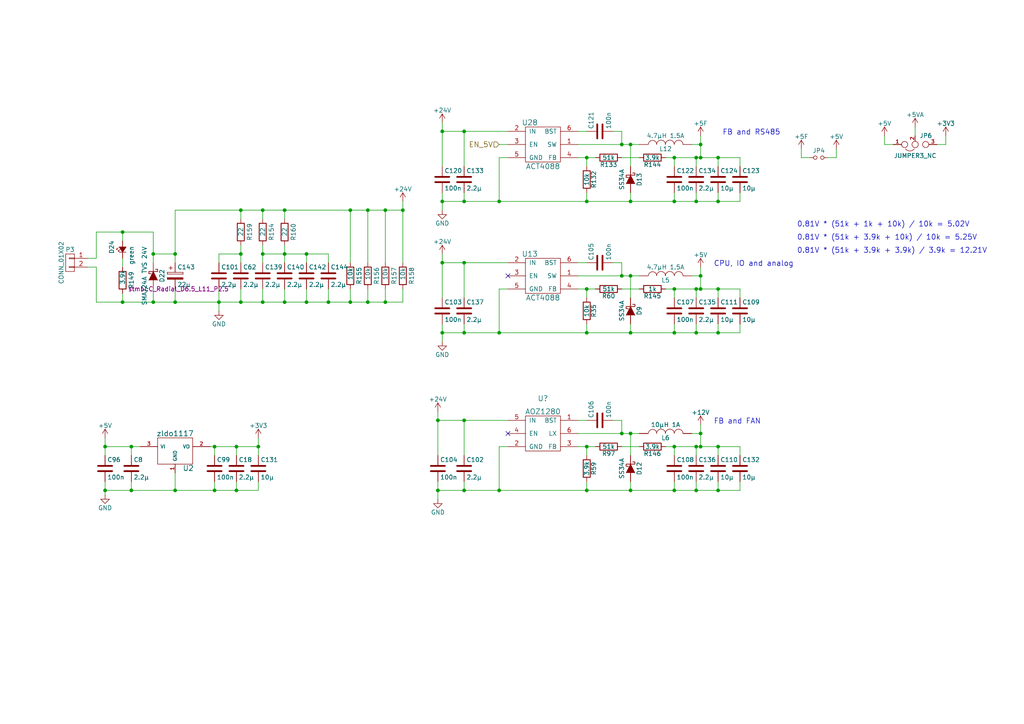
<source format=kicad_sch>
(kicad_sch (version 20211123) (generator eeschema)
  (paper "A4")
  (lib_symbols
    (symbol "stmbl:AOZ1280" (pin_names (offset 1.016))
      (property "Reference" "U" (at -3.81 6.35 0))
      (property "Value" "AOZ1280" (at 0 -6.35 0))
      (symbol "AOZ1280_0_1"
        (rectangle (start -5.08 5.08) (end 5.08 -5.08))
      )
      (symbol "AOZ1280_1_1"
        (pin power_in line (at 10.16 3.81 180) (length 5.08) (name "BST") (number "1"))
        (pin power_in line (at -10.16 -3.81 0) (length 5.08) (name "GND") (number "2"))
        (pin input line (at 10.16 -3.81 180) (length 5.08) (name "FB") (number "3"))
        (pin input line (at -10.16 0 0) (length 5.08) (name "EN") (number "4"))
        (pin power_in line (at -10.16 3.81 0) (length 5.08) (name "IN") (number "5"))
        (pin power_out line (at 10.16 0 180) (length 5.08) (name "LX") (number "6"))
      )
    )
    (symbol "stmbl_4.0-rescue:+12V-stmbl" (power) (pin_names (offset 0))
      (property "Value" "+12V-stmbl" (at 0 3.556 0))
      (symbol "+12V-stmbl_0_1"
        (polyline (pts (xy -0.762 1.27) (xy 0 2.54)))
        (polyline (pts (xy 0 0) (xy 0 2.54)))
        (polyline (pts (xy 0 2.54) (xy 0.762 1.27)))
      )
      (symbol "+12V-stmbl_1_1"
        (pin power_in line (at 0 0 90) (length 0) hide (name "+12V") (number "1"))
      )
    )
    (symbol "stmbl_4.0-rescue:+24V-stmbl" (power) (pin_names (offset 0))
      (property "Value" "+24V-stmbl" (at 0 3.556 0))
      (symbol "+24V-stmbl_0_1"
        (polyline (pts (xy -0.762 1.27) (xy 0 2.54)))
        (polyline (pts (xy 0 0) (xy 0 2.54)))
        (polyline (pts (xy 0 2.54) (xy 0.762 1.27)))
      )
      (symbol "+24V-stmbl_1_1"
        (pin power_in line (at 0 0 90) (length 0) hide (name "+24V") (number "1"))
      )
    )
    (symbol "stmbl_4.0-rescue:+3.3V-stmbl" (power) (pin_names (offset 0))
      (property "Value" "+3.3V-stmbl" (at 0 3.556 0))
      (symbol "+3.3V-stmbl_0_1"
        (polyline (pts (xy -0.762 1.27) (xy 0 2.54)))
        (polyline (pts (xy 0 0) (xy 0 2.54)))
        (polyline (pts (xy 0 2.54) (xy 0.762 1.27)))
      )
      (symbol "+3.3V-stmbl_1_1"
        (pin power_in line (at 0 0 90) (length 0) hide (name "+3V3") (number "1"))
      )
    )
    (symbol "stmbl_4.0-rescue:+5F-stmbl" (power) (pin_names (offset 0))
      (property "Value" "+5F-stmbl" (at 0 3.556 0))
      (symbol "+5F-stmbl_0_1"
        (polyline (pts (xy -0.762 1.27) (xy 0 2.54)))
        (polyline (pts (xy 0 0) (xy 0 2.54)))
        (polyline (pts (xy 0 2.54) (xy 0.762 1.27)))
      )
      (symbol "+5F-stmbl_1_1"
        (pin power_in line (at 0 0 90) (length 0) hide (name "+5F") (number "1"))
      )
    )
    (symbol "stmbl_4.0-rescue:+5V-stmbl" (power) (pin_names (offset 0))
      (property "Value" "+5V-stmbl" (at 0 3.556 0))
      (symbol "+5V-stmbl_0_1"
        (polyline (pts (xy -0.762 1.27) (xy 0 2.54)))
        (polyline (pts (xy 0 0) (xy 0 2.54)))
        (polyline (pts (xy 0 2.54) (xy 0.762 1.27)))
      )
      (symbol "+5V-stmbl_1_1"
        (pin power_in line (at 0 0 90) (length 0) hide (name "+5V") (number "1"))
      )
    )
    (symbol "stmbl_4.0-rescue:+5VA-stmbl" (power) (pin_names (offset 0))
      (property "Value" "+5VA-stmbl" (at 0 3.556 0))
      (symbol "+5VA-stmbl_0_1"
        (polyline (pts (xy -0.762 1.27) (xy 0 2.54)))
        (polyline (pts (xy 0 0) (xy 0 2.54)))
        (polyline (pts (xy 0 2.54) (xy 0.762 1.27)))
      )
      (symbol "+5VA-stmbl_1_1"
        (pin power_in line (at 0 0 90) (length 0) hide (name "+5VA") (number "1"))
      )
    )
    (symbol "stmbl_4.0-rescue:ACT4088-stmbl" (pin_names (offset 1.016))
      (property "Reference" "U" (at -3.81 6.35 0))
      (property "Value" "ACT4088-stmbl" (at 0 -6.35 0))
      (symbol "ACT4088-stmbl_0_1"
        (rectangle (start -5.08 5.08) (end 5.08 -5.08))
      )
      (symbol "ACT4088-stmbl_1_1"
        (pin power_out line (at 10.16 0 180) (length 5.08) (name "SW") (number "1"))
        (pin power_in line (at -10.16 3.81 0) (length 5.08) (name "IN") (number "2"))
        (pin input line (at -10.16 0 0) (length 5.08) (name "EN") (number "3"))
        (pin input line (at 10.16 -3.81 180) (length 5.08) (name "FB") (number "4"))
        (pin power_in line (at -10.16 -3.81 0) (length 5.08) (name "GND") (number "5"))
        (pin power_in line (at 10.16 3.81 180) (length 5.08) (name "BST") (number "6"))
      )
    )
    (symbol "stmbl_4.0-rescue:C-stmbl" (pin_numbers hide) (pin_names (offset 0.254))
      (property "Reference" "C" (at 0.635 2.54 0))
      (property "Value" "C-stmbl" (at 0.635 -2.54 0))
      (symbol "C-stmbl_0_1"
        (polyline (pts (xy -2.032 -0.762) (xy 2.032 -0.762)) (stroke (width 0.508)))
        (polyline (pts (xy -2.032 0.762) (xy 2.032 0.762)) (stroke (width 0.508)))
      )
      (symbol "C-stmbl_1_1"
        (pin passive line (at 0 3.81 270) (length 2.794) (name "~") (number "1"))
        (pin passive line (at 0 -3.81 90) (length 2.794) (name "~") (number "2"))
      )
    )
    (symbol "stmbl_4.0-rescue:CONN_01X02-stmbl" (pin_names (offset 1.016) hide)
      (property "Reference" "P" (at 0 3.81 0))
      (property "Value" "CONN_01X02-stmbl" (at 2.54 0 90))
      (symbol "CONN_01X02-stmbl_0_1"
        (rectangle (start -1.27 -1.143) (end 0.254 -1.397))
        (rectangle (start -1.27 1.397) (end 0.254 1.143))
        (rectangle (start -1.27 2.54) (end 1.27 -2.54))
      )
      (symbol "CONN_01X02-stmbl_1_1"
        (pin passive line (at -5.08 1.27 0) (length 3.81) (name "P1") (number "1"))
        (pin passive line (at -5.08 -1.27 0) (length 3.81) (name "P2") (number "2"))
      )
    )
    (symbol "stmbl_4.0-rescue:CP-stmbl" (pin_numbers hide) (pin_names (offset 0.254))
      (property "Reference" "C" (at 0.635 2.54 0))
      (property "Value" "CP-stmbl" (at 0.635 -2.54 0))
      (symbol "CP-stmbl_0_1"
        (rectangle (start -2.286 0.508) (end -2.286 1.016))
        (rectangle (start -2.286 0.508) (end 2.286 0.508))
        (polyline (pts (xy -1.778 2.286) (xy -0.762 2.286)))
        (polyline (pts (xy -1.27 2.794) (xy -1.27 1.778)))
        (rectangle (start 2.286 -0.508) (end -2.286 -1.016) (fill (type outline)))
        (rectangle (start 2.286 1.016) (end -2.286 1.016))
        (rectangle (start 2.286 1.016) (end 2.286 0.508))
      )
      (symbol "CP-stmbl_1_1"
        (pin passive line (at 0 3.81 270) (length 2.794) (name "~") (number "1"))
        (pin passive line (at 0 -3.81 90) (length 2.794) (name "~") (number "2"))
      )
    )
    (symbol "stmbl_4.0-rescue:D_Schottky-stmbl" (pin_numbers hide) (pin_names (offset 1.016) hide)
      (property "Reference" "D" (at 0 2.54 0))
      (property "Value" "D_Schottky-stmbl" (at 0 -2.54 0))
      (symbol "D_Schottky-stmbl_0_1"
        (polyline (pts (xy 1.27 1.27) (xy -1.27 0) (xy 1.27 -1.27)) (fill (type outline)))
        (polyline (pts (xy -1.905 0.635) (xy -1.905 1.27) (xy -1.27 1.27) (xy -1.27 -1.27) (xy -0.635 -1.27) (xy -0.635 -0.635)) (stroke (width 0.2032)))
      )
      (symbol "D_Schottky-stmbl_1_1"
        (pin passive line (at -3.81 0 0) (length 2.54) (name "K") (number "1"))
        (pin passive line (at 3.81 0 180) (length 2.54) (name "A") (number "2"))
      )
    )
    (symbol "stmbl_4.0-rescue:GND-stmbl" (power) (pin_names (offset 0))
      (property "Value" "GND-stmbl" (at 0 -3.81 0))
      (symbol "GND-stmbl_0_1"
        (polyline (pts (xy 0 0) (xy 0 -1.27) (xy 1.27 -1.27) (xy 0 -2.54) (xy -1.27 -1.27) (xy 0 -1.27)))
      )
      (symbol "GND-stmbl_1_1"
        (pin power_in line (at 0 0 270) (length 0) hide (name "GND") (number "1"))
      )
    )
    (symbol "stmbl_4.0-rescue:INDUCTOR-stmbl" (pin_numbers hide) (pin_names (offset 1.016) hide)
      (property "Reference" "L" (at -1.27 0 90))
      (property "Value" "INDUCTOR-stmbl" (at 2.54 0 90))
      (symbol "INDUCTOR-stmbl_0_1"
        (arc (start 0.0254 -5.0546) (mid 1.2449 -3.8097) (end 0.0254 -2.54))
        (arc (start 0.0254 -2.5146) (mid 1.2703 -1.2444) (end 0.0254 0.0508))
        (arc (start 0.0254 0.0254) (mid 1.2703 1.2956) (end 0.0254 2.5908))
        (arc (start 0.0254 2.5654) (mid 1.1941 3.7595) (end 0.0254 4.9784))
      )
      (symbol "INDUCTOR-stmbl_1_1"
        (pin passive line (at 0 7.62 270) (length 2.54) (name "1") (number "1"))
        (pin passive line (at 0 -7.62 90) (length 2.54) (name "2") (number "2"))
      )
    )
    (symbol "stmbl_4.0-rescue:JUMPER3_NC-stmbl" (pin_names (offset 0.762) hide)
      (property "Reference" "JP" (at 1.27 -2.54 0))
      (property "Value" "JUMPER3_NC-stmbl" (at 0 2.54 0))
      (symbol "JUMPER3_NC-stmbl_0_1"
        (circle (center -3.048 0) (radius 0.889))
        (arc (start -0.254 1.27) (mid -1.524 1.8804) (end -2.794 1.27))
        (circle (center 0 0) (radius 0.9144))
        (circle (center 3.048 0) (radius 0.889))
        (pin passive line (at -6.35 0 0) (length 2.413) (name "1") (number "1"))
        (pin passive line (at 0 -2.54 90) (length 1.524) (name "2") (number "2"))
        (pin passive line (at 6.35 0 180) (length 2.413) (name "3") (number "3"))
      )
    )
    (symbol "stmbl_4.0-rescue:Jumper_NO_Small-stmbl" (pin_numbers hide) (pin_names (offset 0.762) hide)
      (property "Reference" "JP" (at 0 2.032 0))
      (symbol "Jumper_NO_Small-stmbl_0_1"
        (circle (center -1.016 0) (radius 0.508))
        (circle (center 1.016 0) (radius 0.508))
        (pin passive line (at -2.54 0 0) (length 1.016) (name "1") (number "1"))
        (pin passive line (at 2.54 0 180) (length 1.016) (name "2") (number "2"))
      )
    )
    (symbol "stmbl_4.0-rescue:Led_Small-stmbl" (pin_numbers hide) (pin_names (offset 0.254) hide)
      (property "Reference" "D" (at -1.27 3.175 0))
      (property "Value" "Led_Small-stmbl" (at -4.445 -2.54 0))
      (symbol "Led_Small-stmbl_0_1"
        (polyline (pts (xy -0.762 -1.016) (xy -0.762 1.016)))
        (polyline (pts (xy 0.762 -1.016) (xy -0.762 0) (xy 0.762 1.016) (xy 0.762 -1.016)) (fill (type outline)))
        (polyline (pts (xy 0 0.762) (xy -0.508 1.27) (xy -0.254 1.27) (xy -0.508 1.27) (xy -0.508 1.016)))
        (polyline (pts (xy 0.508 1.27) (xy 0 1.778) (xy 0.254 1.778) (xy 0 1.778) (xy 0 1.524)))
      )
      (symbol "Led_Small-stmbl_1_1"
        (pin passive line (at -2.54 0 0) (length 1.778) (name "K") (number "1"))
        (pin passive line (at 2.54 0 180) (length 1.778) (name "A") (number "2"))
      )
    )
    (symbol "stmbl_4.0-rescue:R-stmbl" (pin_numbers hide) (pin_names (offset 0))
      (property "Reference" "R" (at 2.032 0 90))
      (property "Value" "R-stmbl" (at 0 0 90))
      (symbol "R-stmbl_0_1"
        (rectangle (start -1.016 -2.54) (end 1.016 2.54) (stroke (width 0.254)))
      )
      (symbol "R-stmbl_1_1"
        (pin passive line (at 0 3.81 270) (length 1.27) (name "~") (number "1"))
        (pin passive line (at 0 -3.81 90) (length 1.27) (name "~") (number "2"))
      )
    )
    (symbol "stmbl_4.0-rescue:zldo1117-stmbl" (pin_names (offset 0.762))
      (property "Reference" "U" (at 3.81 -4.9784 0))
      (property "Value" "zldo1117-stmbl" (at 0 5.08 0))
      (symbol "zldo1117-stmbl_0_1"
        (rectangle (start -5.08 -3.81) (end 5.08 3.81))
      )
      (symbol "zldo1117-stmbl_1_1"
        (pin input line (at 0 -6.35 90) (length 2.54) (name "GND") (number "1"))
        (pin power_out line (at 10.16 1.27 180) (length 5.08) (name "VO") (number "2"))
        (pin input line (at -10.16 1.27 0) (length 5.08) (name "VI") (number "3"))
      )
    )
  )
  (junction (at 201.93 96.52))
  (junction (at 144.78 142.24))
  (junction (at 95.25 87.63))
  (junction (at 127 121.92))
  (junction (at 144.78 96.52))
  (junction (at 111.76 87.63))
  (junction (at 74.93 129.54))
  (junction (at 127 142.24))
  (junction (at 69.85 60.96))
  (junction (at 203.2 41.91))
  (junction (at 38.1 142.24))
  (junction (at 101.6 87.63))
  (junction (at 76.2 60.96))
  (junction (at 106.68 87.63))
  (junction (at 116.84 60.96))
  (junction (at 35.56 87.63))
  (junction (at 170.18 83.82))
  (junction (at 182.88 142.24))
  (junction (at 38.1 129.54))
  (junction (at 170.18 96.52))
  (junction (at 203.2 83.82))
  (junction (at 50.8 87.63))
  (junction (at 134.62 142.24))
  (junction (at 128.27 76.2))
  (junction (at 76.2 73.66))
  (junction (at 82.55 73.66))
  (junction (at 201.93 83.82))
  (junction (at 195.58 129.54))
  (junction (at 182.88 41.91))
  (junction (at 182.88 125.73))
  (junction (at 128.27 38.1))
  (junction (at 208.28 58.42))
  (junction (at 180.34 80.01))
  (junction (at 182.88 58.42))
  (junction (at 30.48 142.24))
  (junction (at 63.5 87.63))
  (junction (at 68.58 142.24))
  (junction (at 201.93 129.54))
  (junction (at 208.28 83.82))
  (junction (at 82.55 87.63))
  (junction (at 128.27 96.52))
  (junction (at 76.2 87.63))
  (junction (at 195.58 96.52))
  (junction (at 195.58 58.42))
  (junction (at 62.23 129.54))
  (junction (at 203.2 45.72))
  (junction (at 134.62 76.2))
  (junction (at 170.18 142.24))
  (junction (at 101.6 60.96))
  (junction (at 208.28 45.72))
  (junction (at 62.23 142.24))
  (junction (at 50.8 73.66))
  (junction (at 88.9 73.66))
  (junction (at 68.58 129.54))
  (junction (at 208.28 129.54))
  (junction (at 144.78 58.42))
  (junction (at 203.2 129.54))
  (junction (at 195.58 142.24))
  (junction (at 69.85 73.66))
  (junction (at 201.93 58.42))
  (junction (at 111.76 60.96))
  (junction (at 30.48 129.54))
  (junction (at 170.18 45.72))
  (junction (at 88.9 87.63))
  (junction (at 35.56 67.31))
  (junction (at 134.62 58.42))
  (junction (at 182.88 96.52))
  (junction (at 134.62 96.52))
  (junction (at 195.58 83.82))
  (junction (at 170.18 58.42))
  (junction (at 44.45 87.63))
  (junction (at 50.8 142.24))
  (junction (at 44.45 73.66))
  (junction (at 106.68 60.96))
  (junction (at 201.93 142.24))
  (junction (at 208.28 142.24))
  (junction (at 201.93 45.72))
  (junction (at 134.62 121.92))
  (junction (at 203.2 80.01))
  (junction (at 195.58 45.72))
  (junction (at 82.55 60.96))
  (junction (at 208.28 96.52))
  (junction (at 128.27 58.42))
  (junction (at 170.18 129.54))
  (junction (at 182.88 80.01))
  (junction (at 69.85 87.63))
  (junction (at 180.34 125.73))
  (junction (at 134.62 38.1))
  (junction (at 203.2 125.73))
  (junction (at 180.34 41.91))
  (no_connect (at 147.32 80.01))
  (no_connect (at 147.32 125.73))
  (wire (pts (xy 76.2 71.12) (xy 76.2 73.66)))
  (wire (pts (xy 193.04 129.54) (xy 195.58 129.54)))
  (wire (pts (xy 44.45 73.66) (xy 44.45 76.2)))
  (wire (pts (xy 27.94 67.31) (xy 35.56 67.31)))
  (wire (pts (xy 134.62 38.1) (xy 147.32 38.1)))
  (wire (pts (xy 201.93 96.52) (xy 201.93 93.98)))
  (wire (pts (xy 167.64 38.1) (xy 170.18 38.1)))
  (wire (pts (xy 147.32 83.82) (xy 144.78 83.82)))
  (wire (pts (xy 88.9 87.63) (xy 88.9 83.82)))
  (wire (pts (xy 82.55 71.12) (xy 82.55 73.66)))
  (wire (pts (xy 182.88 96.52) (xy 182.88 93.98)))
  (wire (pts (xy 25.4 77.47) (xy 27.94 77.47)))
  (wire (pts (xy 214.63 83.82) (xy 214.63 86.36)))
  (wire (pts (xy 38.1 139.7) (xy 38.1 142.24)))
  (wire (pts (xy 214.63 58.42) (xy 214.63 55.88)))
  (wire (pts (xy 76.2 73.66) (xy 76.2 76.2)))
  (wire (pts (xy 170.18 58.42) (xy 170.18 55.88)))
  (wire (pts (xy 195.58 96.52) (xy 201.93 96.52)))
  (wire (pts (xy 62.23 142.24) (xy 68.58 142.24)))
  (wire (pts (xy 177.8 38.1) (xy 180.34 38.1)))
  (wire (pts (xy 62.23 139.7) (xy 62.23 142.24)))
  (wire (pts (xy 76.2 60.96) (xy 82.55 60.96)))
  (wire (pts (xy 177.8 121.92) (xy 180.34 121.92)))
  (wire (pts (xy 203.2 80.01) (xy 203.2 77.47)))
  (wire (pts (xy 208.28 96.52) (xy 214.63 96.52)))
  (wire (pts (xy 242.57 43.18) (xy 242.57 45.72)))
  (wire (pts (xy 128.27 58.42) (xy 128.27 60.96)))
  (wire (pts (xy 69.85 71.12) (xy 69.85 73.66)))
  (wire (pts (xy 134.62 55.88) (xy 134.62 58.42)))
  (wire (pts (xy 76.2 87.63) (xy 82.55 87.63)))
  (wire (pts (xy 68.58 142.24) (xy 74.93 142.24)))
  (wire (pts (xy 232.41 45.72) (xy 232.41 43.18)))
  (wire (pts (xy 180.34 41.91) (xy 182.88 41.91)))
  (wire (pts (xy 208.28 83.82) (xy 214.63 83.82)))
  (wire (pts (xy 68.58 129.54) (xy 74.93 129.54)))
  (wire (pts (xy 180.34 121.92) (xy 180.34 125.73)))
  (wire (pts (xy 203.2 125.73) (xy 203.2 123.19)))
  (wire (pts (xy 27.94 87.63) (xy 35.56 87.63)))
  (wire (pts (xy 144.78 129.54) (xy 144.78 142.24)))
  (wire (pts (xy 182.88 139.7) (xy 182.88 142.24)))
  (wire (pts (xy 134.62 142.24) (xy 144.78 142.24)))
  (wire (pts (xy 101.6 87.63) (xy 101.6 83.82)))
  (wire (pts (xy 195.58 139.7) (xy 195.58 142.24)))
  (wire (pts (xy 134.62 93.98) (xy 134.62 96.52)))
  (wire (pts (xy 180.34 83.82) (xy 185.42 83.82)))
  (wire (pts (xy 193.04 45.72) (xy 195.58 45.72)))
  (wire (pts (xy 106.68 87.63) (xy 111.76 87.63)))
  (wire (pts (xy 144.78 45.72) (xy 147.32 45.72)))
  (wire (pts (xy 201.93 96.52) (xy 208.28 96.52)))
  (wire (pts (xy 201.93 142.24) (xy 208.28 142.24)))
  (wire (pts (xy 128.27 76.2) (xy 128.27 86.36)))
  (wire (pts (xy 128.27 38.1) (xy 128.27 48.26)))
  (wire (pts (xy 30.48 139.7) (xy 30.48 142.24)))
  (wire (pts (xy 195.58 48.26) (xy 195.58 45.72)))
  (wire (pts (xy 128.27 55.88) (xy 128.27 58.42)))
  (wire (pts (xy 144.78 129.54) (xy 147.32 129.54)))
  (wire (pts (xy 208.28 45.72) (xy 208.28 48.26)))
  (wire (pts (xy 88.9 87.63) (xy 95.25 87.63)))
  (wire (pts (xy 127 121.92) (xy 127 132.08)))
  (wire (pts (xy 134.62 121.92) (xy 147.32 121.92)))
  (wire (pts (xy 63.5 83.82) (xy 63.5 87.63)))
  (wire (pts (xy 106.68 60.96) (xy 111.76 60.96)))
  (wire (pts (xy 144.78 58.42) (xy 144.78 45.72)))
  (wire (pts (xy 50.8 87.63) (xy 50.8 83.82)))
  (wire (pts (xy 111.76 87.63) (xy 111.76 83.82)))
  (wire (pts (xy 203.2 83.82) (xy 203.2 80.01)))
  (wire (pts (xy 208.28 132.08) (xy 208.28 129.54)))
  (wire (pts (xy 82.55 87.63) (xy 88.9 87.63)))
  (wire (pts (xy 201.93 129.54) (xy 203.2 129.54)))
  (wire (pts (xy 274.32 41.91) (xy 274.32 39.37)))
  (wire (pts (xy 63.5 73.66) (xy 69.85 73.66)))
  (wire (pts (xy 201.93 132.08) (xy 201.93 129.54)))
  (wire (pts (xy 63.5 87.63) (xy 69.85 87.63)))
  (wire (pts (xy 170.18 83.82) (xy 172.72 83.82)))
  (wire (pts (xy 127 142.24) (xy 134.62 142.24)))
  (wire (pts (xy 95.25 73.66) (xy 95.25 76.2)))
  (wire (pts (xy 127 121.92) (xy 134.62 121.92)))
  (wire (pts (xy 27.94 67.31) (xy 27.94 74.93)))
  (wire (pts (xy 50.8 142.24) (xy 62.23 142.24)))
  (wire (pts (xy 50.8 87.63) (xy 63.5 87.63)))
  (wire (pts (xy 60.96 129.54) (xy 62.23 129.54)))
  (wire (pts (xy 180.34 80.01) (xy 182.88 80.01)))
  (wire (pts (xy 50.8 60.96) (xy 50.8 73.66)))
  (wire (pts (xy 201.93 45.72) (xy 203.2 45.72)))
  (wire (pts (xy 182.88 125.73) (xy 182.88 132.08)))
  (wire (pts (xy 95.25 87.63) (xy 95.25 83.82)))
  (wire (pts (xy 44.45 87.63) (xy 50.8 87.63)))
  (wire (pts (xy 256.54 41.91) (xy 259.08 41.91)))
  (wire (pts (xy 128.27 58.42) (xy 134.62 58.42)))
  (wire (pts (xy 208.28 58.42) (xy 208.28 55.88)))
  (wire (pts (xy 82.55 73.66) (xy 88.9 73.66)))
  (wire (pts (xy 203.2 129.54) (xy 203.2 125.73)))
  (wire (pts (xy 167.64 76.2) (xy 170.18 76.2)))
  (wire (pts (xy 201.93 58.42) (xy 208.28 58.42)))
  (wire (pts (xy 128.27 76.2) (xy 134.62 76.2)))
  (wire (pts (xy 208.28 96.52) (xy 208.28 93.98)))
  (wire (pts (xy 128.27 93.98) (xy 128.27 96.52)))
  (wire (pts (xy 167.64 41.91) (xy 180.34 41.91)))
  (wire (pts (xy 170.18 96.52) (xy 170.18 93.98)))
  (wire (pts (xy 128.27 96.52) (xy 134.62 96.52)))
  (wire (pts (xy 134.62 96.52) (xy 144.78 96.52)))
  (wire (pts (xy 144.78 142.24) (xy 170.18 142.24)))
  (wire (pts (xy 69.85 60.96) (xy 76.2 60.96)))
  (wire (pts (xy 30.48 142.24) (xy 30.48 143.51)))
  (wire (pts (xy 195.58 58.42) (xy 201.93 58.42)))
  (wire (pts (xy 82.55 63.5) (xy 82.55 60.96)))
  (wire (pts (xy 38.1 129.54) (xy 40.64 129.54)))
  (wire (pts (xy 170.18 58.42) (xy 182.88 58.42)))
  (wire (pts (xy 44.45 73.66) (xy 50.8 73.66)))
  (wire (pts (xy 50.8 142.24) (xy 50.8 137.16)))
  (wire (pts (xy 74.93 142.24) (xy 74.93 139.7)))
  (wire (pts (xy 44.45 67.31) (xy 44.45 73.66)))
  (wire (pts (xy 214.63 96.52) (xy 214.63 93.98)))
  (wire (pts (xy 195.58 129.54) (xy 201.93 129.54)))
  (wire (pts (xy 177.8 76.2) (xy 180.34 76.2)))
  (wire (pts (xy 201.93 48.26) (xy 201.93 45.72)))
  (wire (pts (xy 63.5 76.2) (xy 63.5 73.66)))
  (wire (pts (xy 170.18 48.26) (xy 170.18 45.72)))
  (wire (pts (xy 195.58 45.72) (xy 201.93 45.72)))
  (wire (pts (xy 111.76 87.63) (xy 116.84 87.63)))
  (wire (pts (xy 271.78 41.91) (xy 274.32 41.91)))
  (wire (pts (xy 203.2 45.72) (xy 203.2 41.91)))
  (wire (pts (xy 144.78 96.52) (xy 170.18 96.52)))
  (wire (pts (xy 201.93 86.36) (xy 201.93 83.82)))
  (wire (pts (xy 208.28 129.54) (xy 214.63 129.54)))
  (wire (pts (xy 167.64 125.73) (xy 180.34 125.73)))
  (wire (pts (xy 208.28 142.24) (xy 214.63 142.24)))
  (wire (pts (xy 195.58 142.24) (xy 201.93 142.24)))
  (wire (pts (xy 170.18 45.72) (xy 172.72 45.72)))
  (wire (pts (xy 69.85 87.63) (xy 76.2 87.63)))
  (wire (pts (xy 35.56 67.31) (xy 44.45 67.31)))
  (wire (pts (xy 38.1 142.24) (xy 50.8 142.24)))
  (wire (pts (xy 35.56 87.63) (xy 44.45 87.63)))
  (wire (pts (xy 44.45 87.63) (xy 44.45 83.82)))
  (wire (pts (xy 242.57 45.72) (xy 240.03 45.72)))
  (wire (pts (xy 111.76 60.96) (xy 111.76 76.2)))
  (wire (pts (xy 116.84 87.63) (xy 116.84 83.82)))
  (wire (pts (xy 195.58 93.98) (xy 195.58 96.52)))
  (wire (pts (xy 50.8 73.66) (xy 50.8 76.2)))
  (wire (pts (xy 182.88 58.42) (xy 182.88 55.88)))
  (wire (pts (xy 111.76 60.96) (xy 116.84 60.96)))
  (wire (pts (xy 167.64 129.54) (xy 170.18 129.54)))
  (wire (pts (xy 201.93 83.82) (xy 203.2 83.82)))
  (wire (pts (xy 76.2 73.66) (xy 82.55 73.66)))
  (wire (pts (xy 128.27 96.52) (xy 128.27 99.06)))
  (wire (pts (xy 69.85 60.96) (xy 69.85 63.5)))
  (wire (pts (xy 195.58 86.36) (xy 195.58 83.82)))
  (wire (pts (xy 68.58 142.24) (xy 68.58 139.7)))
  (wire (pts (xy 195.58 132.08) (xy 195.58 129.54)))
  (wire (pts (xy 182.88 125.73) (xy 185.42 125.73)))
  (wire (pts (xy 214.63 142.24) (xy 214.63 139.7)))
  (wire (pts (xy 182.88 58.42) (xy 195.58 58.42)))
  (wire (pts (xy 214.63 129.54) (xy 214.63 132.08)))
  (wire (pts (xy 62.23 132.08) (xy 62.23 129.54)))
  (wire (pts (xy 182.88 80.01) (xy 185.42 80.01)))
  (wire (pts (xy 116.84 60.96) (xy 116.84 76.2)))
  (wire (pts (xy 203.2 83.82) (xy 208.28 83.82)))
  (wire (pts (xy 76.2 63.5) (xy 76.2 60.96)))
  (wire (pts (xy 69.85 83.82) (xy 69.85 87.63)))
  (wire (pts (xy 30.48 127) (xy 30.48 129.54)))
  (wire (pts (xy 134.62 48.26) (xy 134.62 38.1)))
  (wire (pts (xy 27.94 77.47) (xy 27.94 87.63)))
  (wire (pts (xy 88.9 76.2) (xy 88.9 73.66)))
  (wire (pts (xy 193.04 83.82) (xy 195.58 83.82)))
  (wire (pts (xy 134.62 58.42) (xy 144.78 58.42)))
  (wire (pts (xy 167.64 80.01) (xy 180.34 80.01)))
  (wire (pts (xy 95.25 87.63) (xy 101.6 87.63)))
  (wire (pts (xy 128.27 35.56) (xy 128.27 38.1)))
  (wire (pts (xy 170.18 132.08) (xy 170.18 129.54)))
  (wire (pts (xy 167.64 83.82) (xy 170.18 83.82)))
  (wire (pts (xy 35.56 87.63) (xy 35.56 85.09)))
  (wire (pts (xy 30.48 129.54) (xy 38.1 129.54)))
  (wire (pts (xy 101.6 60.96) (xy 106.68 60.96)))
  (wire (pts (xy 182.88 80.01) (xy 182.88 86.36)))
  (wire (pts (xy 50.8 60.96) (xy 69.85 60.96)))
  (wire (pts (xy 203.2 129.54) (xy 208.28 129.54)))
  (wire (pts (xy 30.48 142.24) (xy 38.1 142.24)))
  (wire (pts (xy 101.6 87.63) (xy 106.68 87.63)))
  (wire (pts (xy 201.93 142.24) (xy 201.93 139.7)))
  (wire (pts (xy 82.55 83.82) (xy 82.55 87.63)))
  (wire (pts (xy 208.28 58.42) (xy 214.63 58.42)))
  (wire (pts (xy 180.34 45.72) (xy 185.42 45.72)))
  (wire (pts (xy 180.34 129.54) (xy 185.42 129.54)))
  (wire (pts (xy 82.55 73.66) (xy 82.55 76.2)))
  (wire (pts (xy 35.56 74.93) (xy 35.56 77.47)))
  (wire (pts (xy 182.88 96.52) (xy 195.58 96.52)))
  (wire (pts (xy 195.58 55.88) (xy 195.58 58.42)))
  (wire (pts (xy 182.88 142.24) (xy 195.58 142.24)))
  (wire (pts (xy 134.62 86.36) (xy 134.62 76.2)))
  (wire (pts (xy 38.1 129.54) (xy 38.1 132.08)))
  (wire (pts (xy 195.58 83.82) (xy 201.93 83.82)))
  (wire (pts (xy 167.64 45.72) (xy 170.18 45.72)))
  (wire (pts (xy 200.66 80.01) (xy 203.2 80.01)))
  (wire (pts (xy 167.64 121.92) (xy 170.18 121.92)))
  (wire (pts (xy 180.34 125.73) (xy 182.88 125.73)))
  (wire (pts (xy 128.27 38.1) (xy 134.62 38.1)))
  (wire (pts (xy 203.2 45.72) (xy 208.28 45.72)))
  (wire (pts (xy 63.5 87.63) (xy 63.5 90.17)))
  (wire (pts (xy 128.27 73.66) (xy 128.27 76.2)))
  (wire (pts (xy 82.55 60.96) (xy 101.6 60.96)))
  (wire (pts (xy 88.9 73.66) (xy 95.25 73.66)))
  (wire (pts (xy 208.28 86.36) (xy 208.28 83.82)))
  (wire (pts (xy 62.23 129.54) (xy 68.58 129.54)))
  (wire (pts (xy 127 139.7) (xy 127 142.24)))
  (wire (pts (xy 127 119.38) (xy 127 121.92)))
  (wire (pts (xy 265.43 36.83) (xy 265.43 39.37)))
  (wire (pts (xy 170.18 129.54) (xy 172.72 129.54)))
  (wire (pts (xy 69.85 73.66) (xy 69.85 76.2)))
  (wire (pts (xy 134.62 132.08) (xy 134.62 121.92)))
  (wire (pts (xy 30.48 129.54) (xy 30.48 132.08)))
  (wire (pts (xy 170.18 96.52) (xy 182.88 96.52)))
  (wire (pts (xy 144.78 41.91) (xy 147.32 41.91)))
  (wire (pts (xy 208.28 142.24) (xy 208.28 139.7)))
  (wire (pts (xy 74.93 127) (xy 74.93 129.54)))
  (wire (pts (xy 214.63 45.72) (xy 214.63 48.26)))
  (wire (pts (xy 144.78 83.82) (xy 144.78 96.52)))
  (wire (pts (xy 182.88 41.91) (xy 182.88 48.26)))
  (wire (pts (xy 35.56 67.31) (xy 35.56 69.85)))
  (wire (pts (xy 101.6 76.2) (xy 101.6 60.96)))
  (wire (pts (xy 234.95 45.72) (xy 232.41 45.72)))
  (wire (pts (xy 170.18 142.24) (xy 182.88 142.24)))
  (wire (pts (xy 68.58 129.54) (xy 68.58 132.08)))
  (wire (pts (xy 74.93 129.54) (xy 74.93 132.08)))
  (wire (pts (xy 170.18 139.7) (xy 170.18 142.24)))
  (wire (pts (xy 134.62 139.7) (xy 134.62 142.24)))
  (wire (pts (xy 256.54 39.37) (xy 256.54 41.91)))
  (wire (pts (xy 200.66 41.91) (xy 203.2 41.91)))
  (wire (pts (xy 116.84 58.42) (xy 116.84 60.96)))
  (wire (pts (xy 180.34 38.1) (xy 180.34 41.91)))
  (wire (pts (xy 106.68 76.2) (xy 106.68 60.96)))
  (wire (pts (xy 208.28 45.72) (xy 214.63 45.72)))
  (wire (pts (xy 76.2 83.82) (xy 76.2 87.63)))
  (wire (pts (xy 144.78 58.42) (xy 170.18 58.42)))
  (wire (pts (xy 180.34 76.2) (xy 180.34 80.01)))
  (wire (pts (xy 200.66 125.73) (xy 203.2 125.73)))
  (wire (pts (xy 170.18 86.36) (xy 170.18 83.82)))
  (wire (pts (xy 203.2 41.91) (xy 203.2 39.37)))
  (wire (pts (xy 201.93 58.42) (xy 201.93 55.88)))
  (wire (pts (xy 182.88 41.91) (xy 185.42 41.91)))
  (wire (pts (xy 27.94 74.93) (xy 25.4 74.93)))
  (wire (pts (xy 134.62 76.2) (xy 147.32 76.2)))
  (wire (pts (xy 127 142.24) (xy 127 144.78)))
  (wire (pts (xy 106.68 87.63) (xy 106.68 83.82)))
  (text "0.81V * (51k + 3.9k + 3.9k) / 3.9k = 12.21V" (at 231.14 73.66 0) (effects (font (size 1.524 1.524)) (justify left bottom)))
  (text "0.81V * (51k + 3.9k + 10k) / 10k = 5.25V" (at 231.14 69.85 0) (effects (font (size 1.524 1.524)) (justify left bottom)))
  (text "0.81V * (51k + 1k + 10k) / 10k = 5.02V" (at 231.14 66.04 0) (effects (font (size 1.524 1.524)) (justify left bottom)))
  (text "FB and FAN" (at 207.01 123.19 0) (effects (font (size 1.524 1.524)) (justify left bottom)))
  (text "CPU, IO and analog" (at 207.01 77.47 0) (effects (font (size 1.524 1.524)) (justify left bottom)))
  (text "FB and RS485" (at 209.55 39.37 0) (effects (font (size 1.524 1.524)) (justify left bottom)))
  (hierarchical_label "EN_5V" (shape input) (at 144.78 41.91 180) (effects (font (size 1.524 1.524))))
  (symbol (lib_id "stmbl_4.0-rescue:zldo1117-stmbl") (at 50.8 130.81 0) (unit 1)
    (property "Reference" "U2" (at 54.61 135.7884 0) (effects (font (size 1.524 1.524))))
    (property "Value" "zldo1117" (at 50.8 125.73 0) (effects (font (size 1.524 1.524))))
    (property "Footprint" "stmbl:SOT-223" (effects hide))
    (property "Manufacturer No" "ZLDO1117G33TA" (effects hide))
    (property "Manufacturer" "Diodes Incorporated" (effects hide))
  )
  (symbol (lib_id "stmbl_4.0-rescue:C-stmbl") (at 68.58 135.89 0) (unit 1)
    (property "Reference" "C18" (at 69.215 133.35 0) (effects (justify left)))
    (property "Value" "2.2µ" (at 69.215 138.43 0) (effects (justify left)))
    (property "Footprint" "stmbl:C_0603" (effects hide))
    (property "Voltage" "35V" (effects hide))
    (property "Tolerance" "X5R" (effects hide))
  )
  (symbol (lib_id "stmbl_4.0-rescue:C-stmbl") (at 38.1 135.89 0) (unit 1)
    (property "Reference" "C8" (at 38.735 133.35 0) (effects (justify left)))
    (property "Value" "2.2µ" (at 38.735 138.43 0) (effects (justify left)))
    (property "Footprint" "stmbl:C_0603" (effects hide))
    (property "Voltage" "35V" (effects hide))
    (property "Tolerance" "X5R" (effects hide))
  )
  (symbol (lib_id "stmbl_4.0-rescue:+5V-stmbl") (at 30.48 127 0) (unit 1)
    (property "Reference" "#PWR072" (effects hide))
    (property "Value" "+5V" (at 30.48 123.444 0))
  )
  (symbol (lib_id "stmbl_4.0-rescue:+3.3V-stmbl") (at 74.93 127 0) (unit 1)
    (property "Reference" "#PWR073" (effects hide))
    (property "Value" "+3.3V" (at 74.93 123.444 0))
  )
  (symbol (lib_id "stmbl_4.0-rescue:CONN_01X02-stmbl") (at 20.32 76.2 0) (mirror y) (unit 1)
    (property "Reference" "P3" (at 20.32 72.39 0))
    (property "Value" "CONN_01X02" (at 17.78 76.2 90))
    (property "Footprint" "stmbl:RM3.5_1x2" (effects hide))
    (property "Manufacturer No" "1844210" (effects hide))
    (property "Manufacturer" "Phoenix" (effects hide))
  )
  (symbol (lib_id "stmbl_4.0-rescue:GND-stmbl") (at 30.48 143.51 0) (unit 1)
    (property "Reference" "#PWR074" (effects hide))
    (property "Value" "GND" (at 30.48 147.32 0))
  )
  (symbol (lib_id "stmbl_4.0-rescue:C-stmbl") (at 208.28 135.89 0) (unit 1)
    (property "Reference" "C110" (at 208.915 133.35 0) (effects (justify left)))
    (property "Value" "10µ" (at 208.915 138.43 0) (effects (justify left)))
    (property "Footprint" "stmbl:C_0805" (effects hide))
    (property "Voltage" "25V" (effects hide))
    (property "Tolerance" "X5R" (effects hide))
  )
  (symbol (lib_id "stmbl_4.0-rescue:R-stmbl") (at 176.53 129.54 270) (unit 1)
    (property "Reference" "R97" (at 176.53 131.572 90))
    (property "Value" "51k" (at 176.53 129.54 90))
    (property "Footprint" "stmbl:R_0603" (effects hide))
    (property "Tolerance" "1%" (effects hide))
  )
  (symbol (lib_id "stmbl_4.0-rescue:R-stmbl") (at 170.18 135.89 0) (unit 1)
    (property "Reference" "R59" (at 172.212 135.89 90))
    (property "Value" "3.9k" (at 170.18 135.89 90))
    (property "Footprint" "stmbl:R_0603" (effects hide))
    (property "Tolerance" "1%" (effects hide))
  )
  (symbol (lib_id "stmbl_4.0-rescue:D_Schottky-stmbl") (at 182.88 135.89 270) (unit 1)
    (property "Reference" "D12" (at 185.42 135.89 0))
    (property "Value" "SS34A" (at 180.34 135.89 0))
    (property "Footprint" "stmbl:SMA_Standard" (effects hide))
    (property "Manufacturer No" "SS34A" (effects hide))
    (property "Manufacturer" "Multicomp" (effects hide))
  )
  (symbol (lib_id "stmbl_4.0-rescue:C-stmbl") (at 173.99 121.92 90) (unit 1)
    (property "Reference" "C106" (at 171.45 121.285 0) (effects (justify left)))
    (property "Value" "100n" (at 176.53 121.285 0) (effects (justify left)))
    (property "Footprint" "stmbl:C_0603" (effects hide))
    (property "Voltage" "50V" (effects hide))
    (property "Tolerance" "X5R" (effects hide))
  )
  (symbol (lib_id "stmbl_4.0-rescue:INDUCTOR-stmbl") (at 193.04 125.73 90) (unit 1)
    (property "Reference" "L6" (at 193.04 127 90))
    (property "Value" "10µH 1A" (at 193.04 123.19 90))
    (property "Footprint" "stmbl:SMD_INDUCTOR_32x25" (effects hide))
    (property "Manufacturer No" "LQH32PN100MNCL" (effects hide))
    (property "Manufacturer" "Murata" (effects hide))
  )
  (symbol (lib_id "stmbl_4.0-rescue:GND-stmbl") (at 127 144.78 0) (unit 1)
    (property "Reference" "#PWR075" (effects hide))
    (property "Value" "GND" (at 127 148.59 0))
  )
  (symbol (lib_id "stmbl_4.0-rescue:+24V-stmbl") (at 127 119.38 0) (unit 1)
    (property "Reference" "#PWR076" (effects hide))
    (property "Value" "+24V" (at 127 115.824 0))
  )
  (symbol (lib_id "stmbl_4.0-rescue:C-stmbl") (at 214.63 90.17 0) (unit 1)
    (property "Reference" "C109" (at 215.265 87.63 0) (effects (justify left)))
    (property "Value" "10µ" (at 215.265 92.71 0) (effects (justify left)))
    (property "Footprint" "stmbl:C_0805" (effects hide))
    (property "Voltage" "25V" (effects hide))
    (property "Tolerance" "X5R" (effects hide))
  )
  (symbol (lib_id "stmbl_4.0-rescue:R-stmbl") (at 176.53 83.82 270) (unit 1)
    (property "Reference" "R60" (at 176.53 85.852 90))
    (property "Value" "51k" (at 176.53 83.82 90))
    (property "Footprint" "stmbl:R_0603" (effects hide))
    (property "Tolerance" "1%" (effects hide))
  )
  (symbol (lib_id "stmbl_4.0-rescue:R-stmbl") (at 170.18 90.17 0) (unit 1)
    (property "Reference" "R35" (at 172.212 90.17 90))
    (property "Value" "10k" (at 170.18 90.17 90))
    (property "Footprint" "stmbl:R_0603" (effects hide))
    (property "Tolerance" "1%" (effects hide))
  )
  (symbol (lib_id "stmbl_4.0-rescue:D_Schottky-stmbl") (at 182.88 90.17 270) (unit 1)
    (property "Reference" "D9" (at 185.42 90.17 0))
    (property "Value" "SS34A" (at 180.34 90.17 0))
    (property "Footprint" "stmbl:SMA_Standard" (effects hide))
    (property "Manufacturer No" "SS34A" (effects hide))
    (property "Manufacturer" "Multicomp" (effects hide))
  )
  (symbol (lib_id "stmbl_4.0-rescue:C-stmbl") (at 173.99 76.2 90) (unit 1)
    (property "Reference" "C105" (at 171.45 75.565 0) (effects (justify left)))
    (property "Value" "100n" (at 176.53 75.565 0) (effects (justify left)))
    (property "Footprint" "stmbl:C_0603" (effects hide))
    (property "Voltage" "50V" (effects hide))
    (property "Tolerance" "X5R" (effects hide))
  )
  (symbol (lib_id "stmbl_4.0-rescue:INDUCTOR-stmbl") (at 193.04 80.01 90) (unit 1)
    (property "Reference" "L5" (at 193.04 81.28 90))
    (property "Value" "4.7µH 1.5A" (at 193.04 77.47 90))
    (property "Footprint" "stmbl:SMD_INDUCTOR_32x25" (effects hide))
    (property "Manufacturer No" "LQH32PN4R7NNC" (effects hide))
    (property "Manufacturer" "Murata" (effects hide))
  )
  (symbol (lib_id "stmbl_4.0-rescue:ACT4088-stmbl") (at 157.48 80.01 0) (unit 1)
    (property "Reference" "U13" (at 153.67 73.66 0) (effects (font (size 1.524 1.524))))
    (property "Value" "ACT4088" (at 157.48 86.36 0) (effects (font (size 1.524 1.524))))
    (property "Footprint" "stmbl:SOT-23-6" (effects hide))
    (property "Manufacturer No" "ACT4088US-T" (effects hide))
    (property "Manufacturer" "Active-Semi" (effects hide))
  )
  (symbol (lib_id "stmbl_4.0-rescue:GND-stmbl") (at 128.27 99.06 0) (unit 1)
    (property "Reference" "#PWR077" (effects hide))
    (property "Value" "GND" (at 128.27 102.87 0))
  )
  (symbol (lib_id "stmbl_4.0-rescue:+24V-stmbl") (at 128.27 73.66 0) (unit 1)
    (property "Reference" "#PWR078" (effects hide))
    (property "Value" "+24V" (at 128.27 70.104 0))
  )
  (symbol (lib_id "stmbl_4.0-rescue:+5V-stmbl") (at 203.2 77.47 0) (unit 1)
    (property "Reference" "#PWR079" (effects hide))
    (property "Value" "+5V" (at 203.2 73.914 0))
  )
  (symbol (lib_id "stmbl_4.0-rescue:+12V-stmbl") (at 203.2 123.19 0) (unit 1)
    (property "Reference" "#PWR080" (effects hide))
    (property "Value" "+12V" (at 203.2 119.634 0))
  )
  (symbol (lib_id "stmbl_4.0-rescue:C-stmbl") (at 30.48 135.89 0) (unit 1)
    (property "Reference" "C96" (at 31.115 133.35 0) (effects (justify left)))
    (property "Value" "100n" (at 31.115 138.43 0) (effects (justify left)))
    (property "Footprint" "stmbl:C_0603" (effects hide))
    (property "Voltage" "50V" (effects hide))
    (property "Tolerance" "X5R" (effects hide))
  )
  (symbol (lib_id "stmbl_4.0-rescue:C-stmbl") (at 195.58 135.89 0) (unit 1)
    (property "Reference" "C108" (at 196.215 133.35 0) (effects (justify left)))
    (property "Value" "100n" (at 196.215 138.43 0) (effects (justify left)))
    (property "Footprint" "stmbl:C_0603" (effects hide))
    (property "Voltage" "50V" (effects hide))
    (property "Tolerance" "X5R" (effects hide))
  )
  (symbol (lib_id "stmbl_4.0-rescue:C-stmbl") (at 195.58 90.17 0) (unit 1)
    (property "Reference" "C107" (at 196.215 87.63 0) (effects (justify left)))
    (property "Value" "100n" (at 196.215 92.71 0) (effects (justify left)))
    (property "Footprint" "stmbl:C_0603" (effects hide))
    (property "Voltage" "50V" (effects hide))
    (property "Tolerance" "X5R" (effects hide))
  )
  (symbol (lib_id "stmbl_4.0-rescue:C-stmbl") (at 128.27 90.17 0) (unit 1)
    (property "Reference" "C103" (at 128.905 87.63 0) (effects (justify left)))
    (property "Value" "100n" (at 128.905 92.71 0) (effects (justify left)))
    (property "Footprint" "stmbl:C_0603" (effects hide))
    (property "Voltage" "50V" (effects hide))
    (property "Tolerance" "X5R" (effects hide))
  )
  (symbol (lib_id "stmbl_4.0-rescue:C-stmbl") (at 127 135.89 0) (unit 1)
    (property "Reference" "C104" (at 127.635 133.35 0) (effects (justify left)))
    (property "Value" "100n" (at 127.635 138.43 0) (effects (justify left)))
    (property "Footprint" "stmbl:C_0603" (effects hide))
    (property "Voltage" "50V" (effects hide))
    (property "Tolerance" "X5R" (effects hide))
  )
  (symbol (lib_id "stmbl_4.0-rescue:C-stmbl") (at 62.23 135.89 0) (unit 1)
    (property "Reference" "C99" (at 62.865 133.35 0) (effects (justify left)))
    (property "Value" "100n" (at 62.865 138.43 0) (effects (justify left)))
    (property "Footprint" "stmbl:C_0603" (effects hide))
    (property "Voltage" "50V" (effects hide))
    (property "Tolerance" "X5R" (effects hide))
  )
  (symbol (lib_id "stmbl_4.0-rescue:C-stmbl") (at 208.28 90.17 0) (unit 1)
    (property "Reference" "C111" (at 208.915 87.63 0) (effects (justify left)))
    (property "Value" "10µ" (at 208.915 92.71 0) (effects (justify left)))
    (property "Footprint" "stmbl:C_0805" (effects hide))
    (property "Voltage" "25V" (effects hide))
    (property "Tolerance" "X5R" (effects hide))
  )
  (symbol (lib_id "stmbl_4.0-rescue:GND-stmbl") (at 63.5 90.17 0) (unit 1)
    (property "Reference" "#PWR081" (effects hide))
    (property "Value" "GND" (at 63.5 93.98 0))
  )
  (symbol (lib_id "stmbl_4.0-rescue:C-stmbl") (at 63.5 80.01 0) (unit 1)
    (property "Reference" "C101" (at 64.135 77.47 0) (effects (justify left)))
    (property "Value" "2.2µ" (at 64.135 82.55 0) (effects (justify left)))
    (property "Footprint" "stmbl:C_0603" (effects hide))
    (property "Voltage" "35V" (effects hide))
    (property "Tolerance" "X5R" (effects hide))
  )
  (symbol (lib_id "stmbl_4.0-rescue:C-stmbl") (at 134.62 135.89 0) (unit 1)
    (property "Reference" "C102" (at 135.255 133.35 0) (effects (justify left)))
    (property "Value" "2.2µ" (at 135.255 138.43 0) (effects (justify left)))
    (property "Footprint" "stmbl:C_0603" (effects hide))
    (property "Voltage" "35V" (effects hide))
    (property "Tolerance" "X5R" (effects hide))
  )
  (symbol (lib_id "stmbl_4.0-rescue:C-stmbl") (at 214.63 52.07 0) (unit 1)
    (property "Reference" "C123" (at 215.265 49.53 0) (effects (justify left)))
    (property "Value" "10µ" (at 215.265 54.61 0) (effects (justify left)))
    (property "Footprint" "stmbl:C_0805" (effects hide))
    (property "Voltage" "25V" (effects hide))
    (property "Tolerance" "X5R" (effects hide))
  )
  (symbol (lib_id "stmbl_4.0-rescue:R-stmbl") (at 176.53 45.72 270) (unit 1)
    (property "Reference" "R133" (at 176.53 47.752 90))
    (property "Value" "51k" (at 176.53 45.72 90))
    (property "Footprint" "stmbl:R_0603" (effects hide))
    (property "Tolerance" "1%" (effects hide))
  )
  (symbol (lib_id "stmbl_4.0-rescue:R-stmbl") (at 170.18 52.07 0) (unit 1)
    (property "Reference" "R132" (at 172.212 52.07 90))
    (property "Value" "10k" (at 170.18 52.07 90))
    (property "Footprint" "stmbl:R_0603" (effects hide))
    (property "Tolerance" "1%" (effects hide))
  )
  (symbol (lib_id "stmbl_4.0-rescue:D_Schottky-stmbl") (at 182.88 52.07 270) (unit 1)
    (property "Reference" "D13" (at 185.42 52.07 0))
    (property "Value" "SS34A" (at 180.34 52.07 0))
    (property "Footprint" "stmbl:SMA_Standard" (effects hide))
    (property "Manufacturer No" "SS34A" (effects hide))
    (property "Manufacturer" "Multicomp" (effects hide))
  )
  (symbol (lib_id "stmbl_4.0-rescue:C-stmbl") (at 173.99 38.1 90) (unit 1)
    (property "Reference" "C121" (at 171.45 37.465 0) (effects (justify left)))
    (property "Value" "100n" (at 176.53 37.465 0) (effects (justify left)))
    (property "Footprint" "stmbl:C_0603" (effects hide))
    (property "Voltage" "50V" (effects hide))
    (property "Tolerance" "X5R" (effects hide))
  )
  (symbol (lib_id "stmbl_4.0-rescue:INDUCTOR-stmbl") (at 193.04 41.91 90) (unit 1)
    (property "Reference" "L12" (at 193.04 43.18 90))
    (property "Value" "4.7µH 1.5A" (at 193.04 39.37 90))
    (property "Footprint" "stmbl:SMD_INDUCTOR_32x25" (effects hide))
    (property "Manufacturer No" "LQH32PN4R7NNC" (effects hide))
    (property "Manufacturer" "Murata" (effects hide))
  )
  (symbol (lib_id "stmbl_4.0-rescue:ACT4088-stmbl") (at 157.48 41.91 0) (unit 1)
    (property "Reference" "U28" (at 153.67 35.56 0) (effects (font (size 1.524 1.524))))
    (property "Value" "ACT4088" (at 157.48 48.26 0) (effects (font (size 1.524 1.524))))
    (property "Footprint" "stmbl:SOT-23-6" (effects hide))
    (property "Manufacturer No" "ACT4088US-T" (effects hide))
    (property "Manufacturer" "Active-Semi" (effects hide))
  )
  (symbol (lib_id "stmbl_4.0-rescue:GND-stmbl") (at 128.27 60.96 0) (unit 1)
    (property "Reference" "#PWR082" (effects hide))
    (property "Value" "GND" (at 128.27 64.77 0))
  )
  (symbol (lib_id "stmbl_4.0-rescue:+24V-stmbl") (at 128.27 35.56 0) (unit 1)
    (property "Reference" "#PWR083" (effects hide))
    (property "Value" "+24V" (at 128.27 32.004 0))
  )
  (symbol (lib_id "stmbl_4.0-rescue:C-stmbl") (at 195.58 52.07 0) (unit 1)
    (property "Reference" "C122" (at 196.215 49.53 0) (effects (justify left)))
    (property "Value" "100n" (at 196.215 54.61 0) (effects (justify left)))
    (property "Footprint" "stmbl:C_0603" (effects hide))
    (property "Voltage" "50V" (effects hide))
    (property "Tolerance" "X5R" (effects hide))
  )
  (symbol (lib_id "stmbl_4.0-rescue:C-stmbl") (at 128.27 52.07 0) (unit 1)
    (property "Reference" "C120" (at 128.905 49.53 0) (effects (justify left)))
    (property "Value" "100n" (at 128.905 54.61 0) (effects (justify left)))
    (property "Footprint" "stmbl:C_0603" (effects hide))
    (property "Voltage" "50V" (effects hide))
    (property "Tolerance" "X5R" (effects hide))
  )
  (symbol (lib_id "stmbl_4.0-rescue:C-stmbl") (at 208.28 52.07 0) (unit 1)
    (property "Reference" "C124" (at 208.915 49.53 0) (effects (justify left)))
    (property "Value" "10µ" (at 208.915 54.61 0) (effects (justify left)))
    (property "Footprint" "stmbl:C_0805" (effects hide))
    (property "Voltage" "25V" (effects hide))
    (property "Tolerance" "X5R" (effects hide))
  )
  (symbol (lib_id "stmbl_4.0-rescue:+5F-stmbl") (at 203.2 39.37 0) (unit 1)
    (property "Reference" "#PWR084" (effects hide))
    (property "Value" "+5F" (at 203.2 35.814 0))
  )
  (symbol (lib_id "stmbl_4.0-rescue:Jumper_NO_Small-stmbl") (at 237.49 45.72 0) (unit 1)
    (property "Reference" "JP4" (at 237.49 43.688 0))
    (property "Value" "Jumper_NO_Small" (effects hide))
    (property "Footprint" "stmbl:SOLDER_JUMPER" (effects hide))
  )
  (symbol (lib_id "stmbl_4.0-rescue:+5F-stmbl") (at 232.41 43.18 0) (unit 1)
    (property "Reference" "#PWR085" (effects hide))
    (property "Value" "+5F" (at 232.41 39.624 0))
  )
  (symbol (lib_id "stmbl_4.0-rescue:+5V-stmbl") (at 242.57 43.18 0) (unit 1)
    (property "Reference" "#PWR086" (effects hide))
    (property "Value" "+5V" (at 242.57 39.624 0))
  )
  (symbol (lib_id "stmbl_4.0-rescue:R-stmbl") (at 189.23 129.54 270) (unit 1)
    (property "Reference" "R146" (at 189.23 131.572 90))
    (property "Value" "3.9k" (at 189.23 129.54 90))
    (property "Footprint" "stmbl:R_0603" (effects hide))
    (property "Tolerance" "1%" (effects hide))
  )
  (symbol (lib_id "stmbl_4.0-rescue:R-stmbl") (at 189.23 83.82 270) (unit 1)
    (property "Reference" "R145" (at 189.23 85.852 90))
    (property "Value" "1k" (at 189.23 83.82 90))
    (property "Footprint" "stmbl:R_0603" (effects hide))
    (property "Tolerance" "1%" (effects hide))
  )
  (symbol (lib_id "stmbl_4.0-rescue:R-stmbl") (at 189.23 45.72 270) (unit 1)
    (property "Reference" "R144" (at 189.23 47.752 90))
    (property "Value" "3.9k" (at 189.23 45.72 90))
    (property "Footprint" "stmbl:R_0603" (effects hide))
    (property "Tolerance" "1%" (effects hide))
  )
  (symbol (lib_id "stmbl_4.0-rescue:R-stmbl") (at 35.56 81.28 0) (unit 1)
    (property "Reference" "R149" (at 38.1 83.82 90) (effects (justify left)))
    (property "Value" "3.9k" (at 35.56 82.55 90) (effects (justify left)))
    (property "Footprint" "stmbl:R_0603" (effects hide))
    (property "Tolerance" "1%" (effects hide))
  )
  (symbol (lib_id "stmbl_4.0-rescue:Led_Small-stmbl") (at 35.56 72.39 90) (unit 1)
    (property "Reference" "D24" (at 32.385 73.66 0) (effects (justify left)))
    (property "Value" "green" (at 38.1 76.835 0) (effects (justify left)))
    (property "Footprint" "stmbl:LED-0805-SIDE" (effects hide))
    (property "Manufacturer No" "LTST-S220KGKT" (effects hide))
    (property "Manufacturer" "Lite-On" (effects hide))
  )
  (symbol (lib_id "stmbl_4.0-rescue:D_Schottky-stmbl") (at 44.45 80.01 270) (unit 1)
    (property "Reference" "D22" (at 46.99 80.01 0))
    (property "Value" "SMAJ24A TVS 24V" (at 41.91 80.01 0))
    (property "Footprint" "stmbl:SMA_Standard" (effects hide))
    (property "Manufacturer No" "SMAJ24A-TR" (effects hide))
    (property "Manufacturer" "STMicroelectronics" (effects hide))
  )
  (symbol (lib_id "stmbl_4.0-rescue:+24V-stmbl") (at 116.84 58.42 0) (unit 1)
    (property "Reference" "#PWR087" (effects hide))
    (property "Value" "+24V" (at 116.84 54.864 0))
  )
  (symbol (lib_id "stmbl_4.0-rescue:C-stmbl") (at 201.93 135.89 0) (unit 1)
    (property "Reference" "C136" (at 202.565 133.35 0) (effects (justify left)))
    (property "Value" "2.2µ" (at 202.565 138.43 0) (effects (justify left)))
    (property "Footprint" "stmbl:C_0603" (effects hide))
    (property "Voltage" "35V" (effects hide))
    (property "Tolerance" "X5R" (effects hide))
  )
  (symbol (lib_id "stmbl_4.0-rescue:C-stmbl") (at 201.93 90.17 0) (unit 1)
    (property "Reference" "C135" (at 202.565 87.63 0) (effects (justify left)))
    (property "Value" "2.2µ" (at 202.565 92.71 0) (effects (justify left)))
    (property "Footprint" "stmbl:C_0603" (effects hide))
    (property "Voltage" "35V" (effects hide))
    (property "Tolerance" "X5R" (effects hide))
  )
  (symbol (lib_id "stmbl_4.0-rescue:C-stmbl") (at 201.93 52.07 0) (unit 1)
    (property "Reference" "C134" (at 202.565 49.53 0) (effects (justify left)))
    (property "Value" "2.2µ" (at 202.565 54.61 0) (effects (justify left)))
    (property "Footprint" "stmbl:C_0603" (effects hide))
    (property "Voltage" "35V" (effects hide))
    (property "Tolerance" "X5R" (effects hide))
  )
  (symbol (lib_id "stmbl_4.0-rescue:C-stmbl") (at 214.63 135.89 0) (unit 1)
    (property "Reference" "C132" (at 215.265 133.35 0) (effects (justify left)))
    (property "Value" "10µ" (at 215.265 138.43 0) (effects (justify left)))
    (property "Footprint" "stmbl:C_0805" (effects hide))
    (property "Voltage" "25V" (effects hide))
    (property "Tolerance" "X5R" (effects hide))
  )
  (symbol (lib_id "stmbl_4.0-rescue:C-stmbl") (at 74.93 135.89 0) (unit 1)
    (property "Reference" "C131" (at 75.565 133.35 0) (effects (justify left)))
    (property "Value" "10µ" (at 75.565 138.43 0) (effects (justify left)))
    (property "Footprint" "stmbl:C_0805" (effects hide))
    (property "Voltage" "25V" (effects hide))
    (property "Tolerance" "X5R" (effects hide))
  )
  (symbol (lib_id "stmbl_4.0-rescue:C-stmbl") (at 134.62 90.17 0) (unit 1)
    (property "Reference" "C137" (at 135.255 87.63 0) (effects (justify left)))
    (property "Value" "2.2µ" (at 135.255 92.71 0) (effects (justify left)))
    (property "Footprint" "stmbl:C_0603" (effects hide))
    (property "Voltage" "35V" (effects hide))
    (property "Tolerance" "X5R" (effects hide))
  )
  (symbol (lib_id "stmbl_4.0-rescue:C-stmbl") (at 134.62 52.07 0) (unit 1)
    (property "Reference" "C133" (at 135.255 49.53 0) (effects (justify left)))
    (property "Value" "2.2µ" (at 135.255 54.61 0) (effects (justify left)))
    (property "Footprint" "stmbl:C_0603" (effects hide))
    (property "Voltage" "35V" (effects hide))
    (property "Tolerance" "X5R" (effects hide))
  )
  (symbol (lib_id "stmbl_4.0-rescue:C-stmbl") (at 69.85 80.01 0) (unit 1)
    (property "Reference" "C62" (at 70.485 77.47 0) (effects (justify left)))
    (property "Value" "2.2µ" (at 70.485 82.55 0) (effects (justify left)))
    (property "Footprint" "stmbl:C_0603" (effects hide))
    (property "Voltage" "35V" (effects hide))
    (property "Tolerance" "X5R" (effects hide))
  )
  (symbol (lib_id "stmbl_4.0-rescue:JUMPER3_NC-stmbl") (at 265.43 41.91 0) (mirror x) (unit 1)
    (property "Reference" "JP6" (at 266.7 39.37 0) (effects (justify left)))
    (property "Value" "JUMPER3_NC" (at 265.43 44.45 0) (effects (justify bottom)))
    (property "Footprint" "stmbl:SOLDER_JUMPER_3_NC" (effects hide))
  )
  (symbol (lib_id "stmbl_4.0-rescue:+5V-stmbl") (at 256.54 39.37 0) (unit 1)
    (property "Reference" "#PWR088" (effects hide))
    (property "Value" "+5V" (at 256.54 35.814 0))
  )
  (symbol (lib_id "stmbl_4.0-rescue:+3.3V-stmbl") (at 274.32 39.37 0) (unit 1)
    (property "Reference" "#PWR089" (effects hide))
    (property "Value" "+3.3V" (at 274.32 35.814 0))
  )
  (symbol (lib_id "stmbl_4.0-rescue:+5VA-stmbl") (at 265.43 36.83 0) (unit 1)
    (property "Reference" "#PWR090" (effects hide))
    (property "Value" "+5VA" (at 265.43 33.274 0))
  )
  (symbol (lib_id "stmbl_4.0-rescue:C-stmbl") (at 76.2 80.01 0) (unit 1)
    (property "Reference" "C139" (at 76.835 77.47 0) (effects (justify left)))
    (property "Value" "2.2µ" (at 76.835 82.55 0) (effects (justify left)))
    (property "Footprint" "stmbl:C_0603" (effects hide))
    (property "Voltage" "35V" (effects hide))
    (property "Tolerance" "X5R" (effects hide))
  )
  (symbol (lib_id "stmbl_4.0-rescue:C-stmbl") (at 82.55 80.01 0) (unit 1)
    (property "Reference" "C140" (at 83.185 77.47 0) (effects (justify left)))
    (property "Value" "2.2µ" (at 83.185 82.55 0) (effects (justify left)))
    (property "Footprint" "stmbl:C_0603" (effects hide))
    (property "Voltage" "35V" (effects hide))
    (property "Tolerance" "X5R" (effects hide))
  )
  (symbol (lib_id "stmbl_4.0-rescue:C-stmbl") (at 88.9 80.01 0) (unit 1)
    (property "Reference" "C142" (at 89.535 77.47 0) (effects (justify left)))
    (property "Value" "2.2µ" (at 89.535 82.55 0) (effects (justify left)))
    (property "Footprint" "stmbl:C_0603" (effects hide))
    (property "Voltage" "35V" (effects hide))
    (property "Tolerance" "X5R" (effects hide))
  )
  (symbol (lib_id "stmbl_4.0-rescue:CP-stmbl") (at 50.8 80.01 0) (unit 1)
    (property "Reference" "C143" (at 51.435 77.47 0) (effects (justify left)))
    (property "Value" "22µ" (at 51.435 82.55 0) (effects (justify left)))
    (property "Footprint" "stmbl:C_Radial_D6.5_L11_P2.5" (at 51.7652 83.82 0))
    (property "Voltage" "50V" (effects hide))
  )
  (symbol (lib_id "stmbl_4.0-rescue:R-stmbl") (at 116.84 80.01 0) (unit 1)
    (property "Reference" "R158" (at 119.38 82.55 90) (effects (justify left)))
    (property "Value" "10k" (at 116.84 81.28 90) (effects (justify left)))
    (property "Footprint" "stmbl:R_0603" (effects hide))
    (property "Tolerance" "1%" (effects hide))
  )
  (symbol (lib_id "stmbl_4.0-rescue:R-stmbl") (at 101.6 80.01 0) (unit 1)
    (property "Reference" "R155" (at 104.14 82.55 90) (effects (justify left)))
    (property "Value" "10k" (at 101.6 81.28 90) (effects (justify left)))
    (property "Footprint" "stmbl:R_0603" (effects hide))
    (property "Tolerance" "1%" (effects hide))
  )
  (symbol (lib_id "stmbl_4.0-rescue:R-stmbl") (at 106.68 80.01 0) (unit 1)
    (property "Reference" "R156" (at 109.22 82.55 90) (effects (justify left)))
    (property "Value" "10k" (at 106.68 81.28 90) (effects (justify left)))
    (property "Footprint" "stmbl:R_0603" (effects hide))
    (property "Tolerance" "1%" (effects hide))
  )
  (symbol (lib_id "stmbl_4.0-rescue:R-stmbl") (at 111.76 80.01 0) (unit 1)
    (property "Reference" "R157" (at 114.3 82.55 90) (effects (justify left)))
    (property "Value" "10k" (at 111.76 81.28 90) (effects (justify left)))
    (property "Footprint" "stmbl:R_0603" (effects hide))
    (property "Tolerance" "1%" (effects hide))
  )
  (symbol (lib_id "stmbl_4.0-rescue:R-stmbl") (at 76.2 67.31 0) (unit 1)
    (property "Reference" "R154" (at 78.74 69.85 90) (effects (justify left)))
    (property "Value" "22" (at 76.2 68.58 90) (effects (justify left)))
    (property "Footprint" "stmbl:R_0603" (effects hide))
    (property "Tolerance" "1%" (effects hide))
  )
  (symbol (lib_id "stmbl_4.0-rescue:C-stmbl") (at 95.25 80.01 0) (unit 1)
    (property "Reference" "C144" (at 95.885 77.47 0) (effects (justify left)))
    (property "Value" "2.2µ" (at 95.885 82.55 0) (effects (justify left)))
    (property "Footprint" "stmbl:C_0603" (effects hide))
    (property "Voltage" "35V" (effects hide))
    (property "Tolerance" "X5R" (effects hide))
  )
  (symbol (lib_id "stmbl_4.0-rescue:R-stmbl") (at 69.85 67.31 0) (unit 1)
    (property "Reference" "R159" (at 72.39 69.85 90) (effects (justify left)))
    (property "Value" "22" (at 69.85 68.58 90) (effects (justify left)))
    (property "Footprint" "stmbl:R_0603" (effects hide))
    (property "Tolerance" "1%" (effects hide))
  )
  (symbol (lib_id "stmbl_4.0-rescue:R-stmbl") (at 82.55 67.31 0) (unit 1)
    (property "Reference" "R160" (at 85.09 69.85 90) (effects (justify left)))
    (property "Value" "22" (at 82.55 68.58 90) (effects (justify left)))
    (property "Footprint" "stmbl:R_0603" (effects hide))
    (property "Tolerance" "1%" (effects hide))
  )
  (symbol (lib_id "stmbl:AOZ1280") (at 157.48 125.73 0) (unit 1)
    (property "Reference" "U?" (at 157.48 115.57 0) (effects (font (size 1.524 1.524))))
    (property "Value" "AOZ1280" (at 157.48 119.38 0) (effects (font (size 1.524 1.524))))
    (property "Footprint" "Package_TO_SOT_SMD:SOT-23-6" (effects hide))
    (property "Datasheet" "https://www.tme.eu/Document/921be39cd2271a5b3bfe03eff0ec2438/AOZ1280CI-DTE.pdf" (effects hide))
  )
)
</source>
